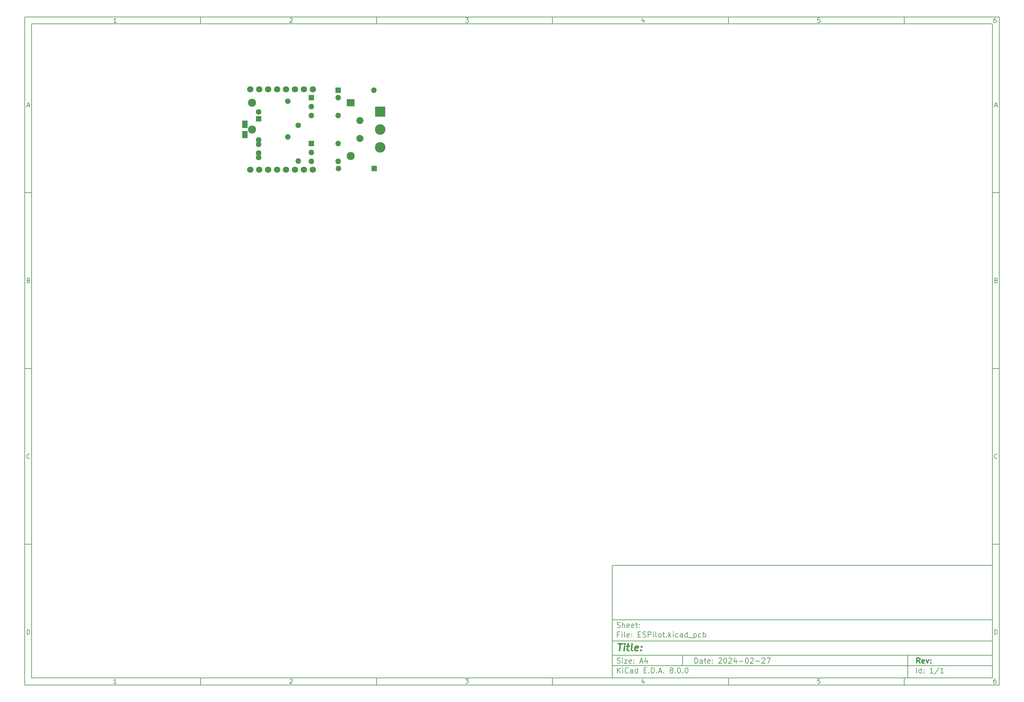
<source format=gts>
G04 #@! TF.GenerationSoftware,KiCad,Pcbnew,8.0.0*
G04 #@! TF.CreationDate,2024-02-27T22:34:17+01:00*
G04 #@! TF.ProjectId,ESPilot,45535069-6c6f-4742-9e6b-696361645f70,rev?*
G04 #@! TF.SameCoordinates,PX6f32cc0PY1b2e020*
G04 #@! TF.FileFunction,Soldermask,Top*
G04 #@! TF.FilePolarity,Negative*
%FSLAX46Y46*%
G04 Gerber Fmt 4.6, Leading zero omitted, Abs format (unit mm)*
G04 Created by KiCad (PCBNEW 8.0.0) date 2024-02-27 22:34:17*
%MOMM*%
%LPD*%
G01*
G04 APERTURE LIST*
G04 Aperture macros list*
%AMFreePoly0*
4,1,6,1.000000,0.000000,0.500000,-0.750000,-0.500000,-0.750000,-0.500000,0.750000,0.500000,0.750000,1.000000,0.000000,1.000000,0.000000,$1*%
G04 Aperture macros list end*
%ADD10C,0.100000*%
%ADD11C,0.150000*%
%ADD12C,0.300000*%
%ADD13C,0.400000*%
%ADD14C,1.600000*%
%ADD15O,1.600000X1.600000*%
%ADD16R,1.600000X1.600000*%
%ADD17C,1.800000*%
%ADD18C,2.000000*%
%ADD19R,1.500000X1.500000*%
%ADD20FreePoly0,90.000000*%
%ADD21FreePoly0,270.000000*%
%ADD22R,3.000000X3.000000*%
%ADD23C,3.000000*%
%ADD24R,2.300000X2.000000*%
%ADD25C,2.300000*%
G04 APERTURE END LIST*
D10*
D11*
X60402200Y-137507200D02*
X168402200Y-137507200D01*
X168402200Y-169507200D01*
X60402200Y-169507200D01*
X60402200Y-137507200D01*
D10*
D11*
X-106600000Y18500000D02*
X170402200Y18500000D01*
X170402200Y-171507200D01*
X-106600000Y-171507200D01*
X-106600000Y18500000D01*
D10*
D11*
X-104600000Y16500000D02*
X168402200Y16500000D01*
X168402200Y-169507200D01*
X-104600000Y-169507200D01*
X-104600000Y16500000D01*
D10*
D11*
X-56600000Y16500000D02*
X-56600000Y18500000D01*
D10*
D11*
X-6600000Y16500000D02*
X-6600000Y18500000D01*
D10*
D11*
X43400000Y16500000D02*
X43400000Y18500000D01*
D10*
D11*
X93400000Y16500000D02*
X93400000Y18500000D01*
D10*
D11*
X143400000Y16500000D02*
X143400000Y18500000D01*
D10*
D11*
X-80510840Y16906396D02*
X-81253697Y16906396D01*
X-80882269Y16906396D02*
X-80882269Y18206396D01*
X-80882269Y18206396D02*
X-81006078Y18020681D01*
X-81006078Y18020681D02*
X-81129888Y17896872D01*
X-81129888Y17896872D02*
X-81253697Y17834967D01*
D10*
D11*
X-31253697Y18082586D02*
X-31191793Y18144491D01*
X-31191793Y18144491D02*
X-31067983Y18206396D01*
X-31067983Y18206396D02*
X-30758459Y18206396D01*
X-30758459Y18206396D02*
X-30634650Y18144491D01*
X-30634650Y18144491D02*
X-30572745Y18082586D01*
X-30572745Y18082586D02*
X-30510840Y17958777D01*
X-30510840Y17958777D02*
X-30510840Y17834967D01*
X-30510840Y17834967D02*
X-30572745Y17649253D01*
X-30572745Y17649253D02*
X-31315602Y16906396D01*
X-31315602Y16906396D02*
X-30510840Y16906396D01*
D10*
D11*
X18684398Y18206396D02*
X19489160Y18206396D01*
X19489160Y18206396D02*
X19055826Y17711158D01*
X19055826Y17711158D02*
X19241541Y17711158D01*
X19241541Y17711158D02*
X19365350Y17649253D01*
X19365350Y17649253D02*
X19427255Y17587348D01*
X19427255Y17587348D02*
X19489160Y17463539D01*
X19489160Y17463539D02*
X19489160Y17154015D01*
X19489160Y17154015D02*
X19427255Y17030205D01*
X19427255Y17030205D02*
X19365350Y16968300D01*
X19365350Y16968300D02*
X19241541Y16906396D01*
X19241541Y16906396D02*
X18870112Y16906396D01*
X18870112Y16906396D02*
X18746303Y16968300D01*
X18746303Y16968300D02*
X18684398Y17030205D01*
D10*
D11*
X69365350Y17773062D02*
X69365350Y16906396D01*
X69055826Y18268300D02*
X68746303Y17339729D01*
X68746303Y17339729D02*
X69551064Y17339729D01*
D10*
D11*
X119427255Y18206396D02*
X118808207Y18206396D01*
X118808207Y18206396D02*
X118746303Y17587348D01*
X118746303Y17587348D02*
X118808207Y17649253D01*
X118808207Y17649253D02*
X118932017Y17711158D01*
X118932017Y17711158D02*
X119241541Y17711158D01*
X119241541Y17711158D02*
X119365350Y17649253D01*
X119365350Y17649253D02*
X119427255Y17587348D01*
X119427255Y17587348D02*
X119489160Y17463539D01*
X119489160Y17463539D02*
X119489160Y17154015D01*
X119489160Y17154015D02*
X119427255Y17030205D01*
X119427255Y17030205D02*
X119365350Y16968300D01*
X119365350Y16968300D02*
X119241541Y16906396D01*
X119241541Y16906396D02*
X118932017Y16906396D01*
X118932017Y16906396D02*
X118808207Y16968300D01*
X118808207Y16968300D02*
X118746303Y17030205D01*
D10*
D11*
X169365350Y18206396D02*
X169117731Y18206396D01*
X169117731Y18206396D02*
X168993922Y18144491D01*
X168993922Y18144491D02*
X168932017Y18082586D01*
X168932017Y18082586D02*
X168808207Y17896872D01*
X168808207Y17896872D02*
X168746303Y17649253D01*
X168746303Y17649253D02*
X168746303Y17154015D01*
X168746303Y17154015D02*
X168808207Y17030205D01*
X168808207Y17030205D02*
X168870112Y16968300D01*
X168870112Y16968300D02*
X168993922Y16906396D01*
X168993922Y16906396D02*
X169241541Y16906396D01*
X169241541Y16906396D02*
X169365350Y16968300D01*
X169365350Y16968300D02*
X169427255Y17030205D01*
X169427255Y17030205D02*
X169489160Y17154015D01*
X169489160Y17154015D02*
X169489160Y17463539D01*
X169489160Y17463539D02*
X169427255Y17587348D01*
X169427255Y17587348D02*
X169365350Y17649253D01*
X169365350Y17649253D02*
X169241541Y17711158D01*
X169241541Y17711158D02*
X168993922Y17711158D01*
X168993922Y17711158D02*
X168870112Y17649253D01*
X168870112Y17649253D02*
X168808207Y17587348D01*
X168808207Y17587348D02*
X168746303Y17463539D01*
D10*
D11*
X-56600000Y-169507200D02*
X-56600000Y-171507200D01*
D10*
D11*
X-6600000Y-169507200D02*
X-6600000Y-171507200D01*
D10*
D11*
X43400000Y-169507200D02*
X43400000Y-171507200D01*
D10*
D11*
X93400000Y-169507200D02*
X93400000Y-171507200D01*
D10*
D11*
X143400000Y-169507200D02*
X143400000Y-171507200D01*
D10*
D11*
X-80510840Y-171100804D02*
X-81253697Y-171100804D01*
X-80882269Y-171100804D02*
X-80882269Y-169800804D01*
X-80882269Y-169800804D02*
X-81006078Y-169986519D01*
X-81006078Y-169986519D02*
X-81129888Y-170110328D01*
X-81129888Y-170110328D02*
X-81253697Y-170172233D01*
D10*
D11*
X-31253697Y-169924614D02*
X-31191793Y-169862709D01*
X-31191793Y-169862709D02*
X-31067983Y-169800804D01*
X-31067983Y-169800804D02*
X-30758459Y-169800804D01*
X-30758459Y-169800804D02*
X-30634650Y-169862709D01*
X-30634650Y-169862709D02*
X-30572745Y-169924614D01*
X-30572745Y-169924614D02*
X-30510840Y-170048423D01*
X-30510840Y-170048423D02*
X-30510840Y-170172233D01*
X-30510840Y-170172233D02*
X-30572745Y-170357947D01*
X-30572745Y-170357947D02*
X-31315602Y-171100804D01*
X-31315602Y-171100804D02*
X-30510840Y-171100804D01*
D10*
D11*
X18684398Y-169800804D02*
X19489160Y-169800804D01*
X19489160Y-169800804D02*
X19055826Y-170296042D01*
X19055826Y-170296042D02*
X19241541Y-170296042D01*
X19241541Y-170296042D02*
X19365350Y-170357947D01*
X19365350Y-170357947D02*
X19427255Y-170419852D01*
X19427255Y-170419852D02*
X19489160Y-170543661D01*
X19489160Y-170543661D02*
X19489160Y-170853185D01*
X19489160Y-170853185D02*
X19427255Y-170976995D01*
X19427255Y-170976995D02*
X19365350Y-171038900D01*
X19365350Y-171038900D02*
X19241541Y-171100804D01*
X19241541Y-171100804D02*
X18870112Y-171100804D01*
X18870112Y-171100804D02*
X18746303Y-171038900D01*
X18746303Y-171038900D02*
X18684398Y-170976995D01*
D10*
D11*
X69365350Y-170234138D02*
X69365350Y-171100804D01*
X69055826Y-169738900D02*
X68746303Y-170667471D01*
X68746303Y-170667471D02*
X69551064Y-170667471D01*
D10*
D11*
X119427255Y-169800804D02*
X118808207Y-169800804D01*
X118808207Y-169800804D02*
X118746303Y-170419852D01*
X118746303Y-170419852D02*
X118808207Y-170357947D01*
X118808207Y-170357947D02*
X118932017Y-170296042D01*
X118932017Y-170296042D02*
X119241541Y-170296042D01*
X119241541Y-170296042D02*
X119365350Y-170357947D01*
X119365350Y-170357947D02*
X119427255Y-170419852D01*
X119427255Y-170419852D02*
X119489160Y-170543661D01*
X119489160Y-170543661D02*
X119489160Y-170853185D01*
X119489160Y-170853185D02*
X119427255Y-170976995D01*
X119427255Y-170976995D02*
X119365350Y-171038900D01*
X119365350Y-171038900D02*
X119241541Y-171100804D01*
X119241541Y-171100804D02*
X118932017Y-171100804D01*
X118932017Y-171100804D02*
X118808207Y-171038900D01*
X118808207Y-171038900D02*
X118746303Y-170976995D01*
D10*
D11*
X169365350Y-169800804D02*
X169117731Y-169800804D01*
X169117731Y-169800804D02*
X168993922Y-169862709D01*
X168993922Y-169862709D02*
X168932017Y-169924614D01*
X168932017Y-169924614D02*
X168808207Y-170110328D01*
X168808207Y-170110328D02*
X168746303Y-170357947D01*
X168746303Y-170357947D02*
X168746303Y-170853185D01*
X168746303Y-170853185D02*
X168808207Y-170976995D01*
X168808207Y-170976995D02*
X168870112Y-171038900D01*
X168870112Y-171038900D02*
X168993922Y-171100804D01*
X168993922Y-171100804D02*
X169241541Y-171100804D01*
X169241541Y-171100804D02*
X169365350Y-171038900D01*
X169365350Y-171038900D02*
X169427255Y-170976995D01*
X169427255Y-170976995D02*
X169489160Y-170853185D01*
X169489160Y-170853185D02*
X169489160Y-170543661D01*
X169489160Y-170543661D02*
X169427255Y-170419852D01*
X169427255Y-170419852D02*
X169365350Y-170357947D01*
X169365350Y-170357947D02*
X169241541Y-170296042D01*
X169241541Y-170296042D02*
X168993922Y-170296042D01*
X168993922Y-170296042D02*
X168870112Y-170357947D01*
X168870112Y-170357947D02*
X168808207Y-170419852D01*
X168808207Y-170419852D02*
X168746303Y-170543661D01*
D10*
D11*
X-106600000Y-31500000D02*
X-104600000Y-31500000D01*
D10*
D11*
X-106600000Y-81500000D02*
X-104600000Y-81500000D01*
D10*
D11*
X-106600000Y-131500000D02*
X-104600000Y-131500000D01*
D10*
D11*
X-105909524Y-6722176D02*
X-105290477Y-6722176D01*
X-106033334Y-7093604D02*
X-105600001Y-5793604D01*
X-105600001Y-5793604D02*
X-105166667Y-7093604D01*
D10*
D11*
X-105507143Y-56412652D02*
X-105321429Y-56474557D01*
X-105321429Y-56474557D02*
X-105259524Y-56536461D01*
X-105259524Y-56536461D02*
X-105197620Y-56660271D01*
X-105197620Y-56660271D02*
X-105197620Y-56845985D01*
X-105197620Y-56845985D02*
X-105259524Y-56969795D01*
X-105259524Y-56969795D02*
X-105321429Y-57031700D01*
X-105321429Y-57031700D02*
X-105445239Y-57093604D01*
X-105445239Y-57093604D02*
X-105940477Y-57093604D01*
X-105940477Y-57093604D02*
X-105940477Y-55793604D01*
X-105940477Y-55793604D02*
X-105507143Y-55793604D01*
X-105507143Y-55793604D02*
X-105383334Y-55855509D01*
X-105383334Y-55855509D02*
X-105321429Y-55917414D01*
X-105321429Y-55917414D02*
X-105259524Y-56041223D01*
X-105259524Y-56041223D02*
X-105259524Y-56165033D01*
X-105259524Y-56165033D02*
X-105321429Y-56288842D01*
X-105321429Y-56288842D02*
X-105383334Y-56350747D01*
X-105383334Y-56350747D02*
X-105507143Y-56412652D01*
X-105507143Y-56412652D02*
X-105940477Y-56412652D01*
D10*
D11*
X-105197620Y-106969795D02*
X-105259524Y-107031700D01*
X-105259524Y-107031700D02*
X-105445239Y-107093604D01*
X-105445239Y-107093604D02*
X-105569048Y-107093604D01*
X-105569048Y-107093604D02*
X-105754762Y-107031700D01*
X-105754762Y-107031700D02*
X-105878572Y-106907890D01*
X-105878572Y-106907890D02*
X-105940477Y-106784080D01*
X-105940477Y-106784080D02*
X-106002381Y-106536461D01*
X-106002381Y-106536461D02*
X-106002381Y-106350747D01*
X-106002381Y-106350747D02*
X-105940477Y-106103128D01*
X-105940477Y-106103128D02*
X-105878572Y-105979319D01*
X-105878572Y-105979319D02*
X-105754762Y-105855509D01*
X-105754762Y-105855509D02*
X-105569048Y-105793604D01*
X-105569048Y-105793604D02*
X-105445239Y-105793604D01*
X-105445239Y-105793604D02*
X-105259524Y-105855509D01*
X-105259524Y-105855509D02*
X-105197620Y-105917414D01*
D10*
D11*
X-105940477Y-157093604D02*
X-105940477Y-155793604D01*
X-105940477Y-155793604D02*
X-105630953Y-155793604D01*
X-105630953Y-155793604D02*
X-105445239Y-155855509D01*
X-105445239Y-155855509D02*
X-105321429Y-155979319D01*
X-105321429Y-155979319D02*
X-105259524Y-156103128D01*
X-105259524Y-156103128D02*
X-105197620Y-156350747D01*
X-105197620Y-156350747D02*
X-105197620Y-156536461D01*
X-105197620Y-156536461D02*
X-105259524Y-156784080D01*
X-105259524Y-156784080D02*
X-105321429Y-156907890D01*
X-105321429Y-156907890D02*
X-105445239Y-157031700D01*
X-105445239Y-157031700D02*
X-105630953Y-157093604D01*
X-105630953Y-157093604D02*
X-105940477Y-157093604D01*
D10*
D11*
X170402200Y-31500000D02*
X168402200Y-31500000D01*
D10*
D11*
X170402200Y-81500000D02*
X168402200Y-81500000D01*
D10*
D11*
X170402200Y-131500000D02*
X168402200Y-131500000D01*
D10*
D11*
X169092676Y-6722176D02*
X169711723Y-6722176D01*
X168968866Y-7093604D02*
X169402199Y-5793604D01*
X169402199Y-5793604D02*
X169835533Y-7093604D01*
D10*
D11*
X169495057Y-56412652D02*
X169680771Y-56474557D01*
X169680771Y-56474557D02*
X169742676Y-56536461D01*
X169742676Y-56536461D02*
X169804580Y-56660271D01*
X169804580Y-56660271D02*
X169804580Y-56845985D01*
X169804580Y-56845985D02*
X169742676Y-56969795D01*
X169742676Y-56969795D02*
X169680771Y-57031700D01*
X169680771Y-57031700D02*
X169556961Y-57093604D01*
X169556961Y-57093604D02*
X169061723Y-57093604D01*
X169061723Y-57093604D02*
X169061723Y-55793604D01*
X169061723Y-55793604D02*
X169495057Y-55793604D01*
X169495057Y-55793604D02*
X169618866Y-55855509D01*
X169618866Y-55855509D02*
X169680771Y-55917414D01*
X169680771Y-55917414D02*
X169742676Y-56041223D01*
X169742676Y-56041223D02*
X169742676Y-56165033D01*
X169742676Y-56165033D02*
X169680771Y-56288842D01*
X169680771Y-56288842D02*
X169618866Y-56350747D01*
X169618866Y-56350747D02*
X169495057Y-56412652D01*
X169495057Y-56412652D02*
X169061723Y-56412652D01*
D10*
D11*
X169804580Y-106969795D02*
X169742676Y-107031700D01*
X169742676Y-107031700D02*
X169556961Y-107093604D01*
X169556961Y-107093604D02*
X169433152Y-107093604D01*
X169433152Y-107093604D02*
X169247438Y-107031700D01*
X169247438Y-107031700D02*
X169123628Y-106907890D01*
X169123628Y-106907890D02*
X169061723Y-106784080D01*
X169061723Y-106784080D02*
X168999819Y-106536461D01*
X168999819Y-106536461D02*
X168999819Y-106350747D01*
X168999819Y-106350747D02*
X169061723Y-106103128D01*
X169061723Y-106103128D02*
X169123628Y-105979319D01*
X169123628Y-105979319D02*
X169247438Y-105855509D01*
X169247438Y-105855509D02*
X169433152Y-105793604D01*
X169433152Y-105793604D02*
X169556961Y-105793604D01*
X169556961Y-105793604D02*
X169742676Y-105855509D01*
X169742676Y-105855509D02*
X169804580Y-105917414D01*
D10*
D11*
X169061723Y-157093604D02*
X169061723Y-155793604D01*
X169061723Y-155793604D02*
X169371247Y-155793604D01*
X169371247Y-155793604D02*
X169556961Y-155855509D01*
X169556961Y-155855509D02*
X169680771Y-155979319D01*
X169680771Y-155979319D02*
X169742676Y-156103128D01*
X169742676Y-156103128D02*
X169804580Y-156350747D01*
X169804580Y-156350747D02*
X169804580Y-156536461D01*
X169804580Y-156536461D02*
X169742676Y-156784080D01*
X169742676Y-156784080D02*
X169680771Y-156907890D01*
X169680771Y-156907890D02*
X169556961Y-157031700D01*
X169556961Y-157031700D02*
X169371247Y-157093604D01*
X169371247Y-157093604D02*
X169061723Y-157093604D01*
D10*
D11*
X83858026Y-165293328D02*
X83858026Y-163793328D01*
X83858026Y-163793328D02*
X84215169Y-163793328D01*
X84215169Y-163793328D02*
X84429455Y-163864757D01*
X84429455Y-163864757D02*
X84572312Y-164007614D01*
X84572312Y-164007614D02*
X84643741Y-164150471D01*
X84643741Y-164150471D02*
X84715169Y-164436185D01*
X84715169Y-164436185D02*
X84715169Y-164650471D01*
X84715169Y-164650471D02*
X84643741Y-164936185D01*
X84643741Y-164936185D02*
X84572312Y-165079042D01*
X84572312Y-165079042D02*
X84429455Y-165221900D01*
X84429455Y-165221900D02*
X84215169Y-165293328D01*
X84215169Y-165293328D02*
X83858026Y-165293328D01*
X86000884Y-165293328D02*
X86000884Y-164507614D01*
X86000884Y-164507614D02*
X85929455Y-164364757D01*
X85929455Y-164364757D02*
X85786598Y-164293328D01*
X85786598Y-164293328D02*
X85500884Y-164293328D01*
X85500884Y-164293328D02*
X85358026Y-164364757D01*
X86000884Y-165221900D02*
X85858026Y-165293328D01*
X85858026Y-165293328D02*
X85500884Y-165293328D01*
X85500884Y-165293328D02*
X85358026Y-165221900D01*
X85358026Y-165221900D02*
X85286598Y-165079042D01*
X85286598Y-165079042D02*
X85286598Y-164936185D01*
X85286598Y-164936185D02*
X85358026Y-164793328D01*
X85358026Y-164793328D02*
X85500884Y-164721900D01*
X85500884Y-164721900D02*
X85858026Y-164721900D01*
X85858026Y-164721900D02*
X86000884Y-164650471D01*
X86500884Y-164293328D02*
X87072312Y-164293328D01*
X86715169Y-163793328D02*
X86715169Y-165079042D01*
X86715169Y-165079042D02*
X86786598Y-165221900D01*
X86786598Y-165221900D02*
X86929455Y-165293328D01*
X86929455Y-165293328D02*
X87072312Y-165293328D01*
X88143741Y-165221900D02*
X88000884Y-165293328D01*
X88000884Y-165293328D02*
X87715170Y-165293328D01*
X87715170Y-165293328D02*
X87572312Y-165221900D01*
X87572312Y-165221900D02*
X87500884Y-165079042D01*
X87500884Y-165079042D02*
X87500884Y-164507614D01*
X87500884Y-164507614D02*
X87572312Y-164364757D01*
X87572312Y-164364757D02*
X87715170Y-164293328D01*
X87715170Y-164293328D02*
X88000884Y-164293328D01*
X88000884Y-164293328D02*
X88143741Y-164364757D01*
X88143741Y-164364757D02*
X88215170Y-164507614D01*
X88215170Y-164507614D02*
X88215170Y-164650471D01*
X88215170Y-164650471D02*
X87500884Y-164793328D01*
X88858026Y-165150471D02*
X88929455Y-165221900D01*
X88929455Y-165221900D02*
X88858026Y-165293328D01*
X88858026Y-165293328D02*
X88786598Y-165221900D01*
X88786598Y-165221900D02*
X88858026Y-165150471D01*
X88858026Y-165150471D02*
X88858026Y-165293328D01*
X88858026Y-164364757D02*
X88929455Y-164436185D01*
X88929455Y-164436185D02*
X88858026Y-164507614D01*
X88858026Y-164507614D02*
X88786598Y-164436185D01*
X88786598Y-164436185D02*
X88858026Y-164364757D01*
X88858026Y-164364757D02*
X88858026Y-164507614D01*
X90643741Y-163936185D02*
X90715169Y-163864757D01*
X90715169Y-163864757D02*
X90858027Y-163793328D01*
X90858027Y-163793328D02*
X91215169Y-163793328D01*
X91215169Y-163793328D02*
X91358027Y-163864757D01*
X91358027Y-163864757D02*
X91429455Y-163936185D01*
X91429455Y-163936185D02*
X91500884Y-164079042D01*
X91500884Y-164079042D02*
X91500884Y-164221900D01*
X91500884Y-164221900D02*
X91429455Y-164436185D01*
X91429455Y-164436185D02*
X90572312Y-165293328D01*
X90572312Y-165293328D02*
X91500884Y-165293328D01*
X92429455Y-163793328D02*
X92572312Y-163793328D01*
X92572312Y-163793328D02*
X92715169Y-163864757D01*
X92715169Y-163864757D02*
X92786598Y-163936185D01*
X92786598Y-163936185D02*
X92858026Y-164079042D01*
X92858026Y-164079042D02*
X92929455Y-164364757D01*
X92929455Y-164364757D02*
X92929455Y-164721900D01*
X92929455Y-164721900D02*
X92858026Y-165007614D01*
X92858026Y-165007614D02*
X92786598Y-165150471D01*
X92786598Y-165150471D02*
X92715169Y-165221900D01*
X92715169Y-165221900D02*
X92572312Y-165293328D01*
X92572312Y-165293328D02*
X92429455Y-165293328D01*
X92429455Y-165293328D02*
X92286598Y-165221900D01*
X92286598Y-165221900D02*
X92215169Y-165150471D01*
X92215169Y-165150471D02*
X92143740Y-165007614D01*
X92143740Y-165007614D02*
X92072312Y-164721900D01*
X92072312Y-164721900D02*
X92072312Y-164364757D01*
X92072312Y-164364757D02*
X92143740Y-164079042D01*
X92143740Y-164079042D02*
X92215169Y-163936185D01*
X92215169Y-163936185D02*
X92286598Y-163864757D01*
X92286598Y-163864757D02*
X92429455Y-163793328D01*
X93500883Y-163936185D02*
X93572311Y-163864757D01*
X93572311Y-163864757D02*
X93715169Y-163793328D01*
X93715169Y-163793328D02*
X94072311Y-163793328D01*
X94072311Y-163793328D02*
X94215169Y-163864757D01*
X94215169Y-163864757D02*
X94286597Y-163936185D01*
X94286597Y-163936185D02*
X94358026Y-164079042D01*
X94358026Y-164079042D02*
X94358026Y-164221900D01*
X94358026Y-164221900D02*
X94286597Y-164436185D01*
X94286597Y-164436185D02*
X93429454Y-165293328D01*
X93429454Y-165293328D02*
X94358026Y-165293328D01*
X95643740Y-164293328D02*
X95643740Y-165293328D01*
X95286597Y-163721900D02*
X94929454Y-164793328D01*
X94929454Y-164793328D02*
X95858025Y-164793328D01*
X96429453Y-164721900D02*
X97572311Y-164721900D01*
X98572311Y-163793328D02*
X98715168Y-163793328D01*
X98715168Y-163793328D02*
X98858025Y-163864757D01*
X98858025Y-163864757D02*
X98929454Y-163936185D01*
X98929454Y-163936185D02*
X99000882Y-164079042D01*
X99000882Y-164079042D02*
X99072311Y-164364757D01*
X99072311Y-164364757D02*
X99072311Y-164721900D01*
X99072311Y-164721900D02*
X99000882Y-165007614D01*
X99000882Y-165007614D02*
X98929454Y-165150471D01*
X98929454Y-165150471D02*
X98858025Y-165221900D01*
X98858025Y-165221900D02*
X98715168Y-165293328D01*
X98715168Y-165293328D02*
X98572311Y-165293328D01*
X98572311Y-165293328D02*
X98429454Y-165221900D01*
X98429454Y-165221900D02*
X98358025Y-165150471D01*
X98358025Y-165150471D02*
X98286596Y-165007614D01*
X98286596Y-165007614D02*
X98215168Y-164721900D01*
X98215168Y-164721900D02*
X98215168Y-164364757D01*
X98215168Y-164364757D02*
X98286596Y-164079042D01*
X98286596Y-164079042D02*
X98358025Y-163936185D01*
X98358025Y-163936185D02*
X98429454Y-163864757D01*
X98429454Y-163864757D02*
X98572311Y-163793328D01*
X99643739Y-163936185D02*
X99715167Y-163864757D01*
X99715167Y-163864757D02*
X99858025Y-163793328D01*
X99858025Y-163793328D02*
X100215167Y-163793328D01*
X100215167Y-163793328D02*
X100358025Y-163864757D01*
X100358025Y-163864757D02*
X100429453Y-163936185D01*
X100429453Y-163936185D02*
X100500882Y-164079042D01*
X100500882Y-164079042D02*
X100500882Y-164221900D01*
X100500882Y-164221900D02*
X100429453Y-164436185D01*
X100429453Y-164436185D02*
X99572310Y-165293328D01*
X99572310Y-165293328D02*
X100500882Y-165293328D01*
X101143738Y-164721900D02*
X102286596Y-164721900D01*
X102929453Y-163936185D02*
X103000881Y-163864757D01*
X103000881Y-163864757D02*
X103143739Y-163793328D01*
X103143739Y-163793328D02*
X103500881Y-163793328D01*
X103500881Y-163793328D02*
X103643739Y-163864757D01*
X103643739Y-163864757D02*
X103715167Y-163936185D01*
X103715167Y-163936185D02*
X103786596Y-164079042D01*
X103786596Y-164079042D02*
X103786596Y-164221900D01*
X103786596Y-164221900D02*
X103715167Y-164436185D01*
X103715167Y-164436185D02*
X102858024Y-165293328D01*
X102858024Y-165293328D02*
X103786596Y-165293328D01*
X104286595Y-163793328D02*
X105286595Y-163793328D01*
X105286595Y-163793328D02*
X104643738Y-165293328D01*
D10*
D11*
X60402200Y-166007200D02*
X168402200Y-166007200D01*
D10*
D11*
X61858026Y-168093328D02*
X61858026Y-166593328D01*
X62715169Y-168093328D02*
X62072312Y-167236185D01*
X62715169Y-166593328D02*
X61858026Y-167450471D01*
X63358026Y-168093328D02*
X63358026Y-167093328D01*
X63358026Y-166593328D02*
X63286598Y-166664757D01*
X63286598Y-166664757D02*
X63358026Y-166736185D01*
X63358026Y-166736185D02*
X63429455Y-166664757D01*
X63429455Y-166664757D02*
X63358026Y-166593328D01*
X63358026Y-166593328D02*
X63358026Y-166736185D01*
X64929455Y-167950471D02*
X64858027Y-168021900D01*
X64858027Y-168021900D02*
X64643741Y-168093328D01*
X64643741Y-168093328D02*
X64500884Y-168093328D01*
X64500884Y-168093328D02*
X64286598Y-168021900D01*
X64286598Y-168021900D02*
X64143741Y-167879042D01*
X64143741Y-167879042D02*
X64072312Y-167736185D01*
X64072312Y-167736185D02*
X64000884Y-167450471D01*
X64000884Y-167450471D02*
X64000884Y-167236185D01*
X64000884Y-167236185D02*
X64072312Y-166950471D01*
X64072312Y-166950471D02*
X64143741Y-166807614D01*
X64143741Y-166807614D02*
X64286598Y-166664757D01*
X64286598Y-166664757D02*
X64500884Y-166593328D01*
X64500884Y-166593328D02*
X64643741Y-166593328D01*
X64643741Y-166593328D02*
X64858027Y-166664757D01*
X64858027Y-166664757D02*
X64929455Y-166736185D01*
X66215170Y-168093328D02*
X66215170Y-167307614D01*
X66215170Y-167307614D02*
X66143741Y-167164757D01*
X66143741Y-167164757D02*
X66000884Y-167093328D01*
X66000884Y-167093328D02*
X65715170Y-167093328D01*
X65715170Y-167093328D02*
X65572312Y-167164757D01*
X66215170Y-168021900D02*
X66072312Y-168093328D01*
X66072312Y-168093328D02*
X65715170Y-168093328D01*
X65715170Y-168093328D02*
X65572312Y-168021900D01*
X65572312Y-168021900D02*
X65500884Y-167879042D01*
X65500884Y-167879042D02*
X65500884Y-167736185D01*
X65500884Y-167736185D02*
X65572312Y-167593328D01*
X65572312Y-167593328D02*
X65715170Y-167521900D01*
X65715170Y-167521900D02*
X66072312Y-167521900D01*
X66072312Y-167521900D02*
X66215170Y-167450471D01*
X67572313Y-168093328D02*
X67572313Y-166593328D01*
X67572313Y-168021900D02*
X67429455Y-168093328D01*
X67429455Y-168093328D02*
X67143741Y-168093328D01*
X67143741Y-168093328D02*
X67000884Y-168021900D01*
X67000884Y-168021900D02*
X66929455Y-167950471D01*
X66929455Y-167950471D02*
X66858027Y-167807614D01*
X66858027Y-167807614D02*
X66858027Y-167379042D01*
X66858027Y-167379042D02*
X66929455Y-167236185D01*
X66929455Y-167236185D02*
X67000884Y-167164757D01*
X67000884Y-167164757D02*
X67143741Y-167093328D01*
X67143741Y-167093328D02*
X67429455Y-167093328D01*
X67429455Y-167093328D02*
X67572313Y-167164757D01*
X69429455Y-167307614D02*
X69929455Y-167307614D01*
X70143741Y-168093328D02*
X69429455Y-168093328D01*
X69429455Y-168093328D02*
X69429455Y-166593328D01*
X69429455Y-166593328D02*
X70143741Y-166593328D01*
X70786598Y-167950471D02*
X70858027Y-168021900D01*
X70858027Y-168021900D02*
X70786598Y-168093328D01*
X70786598Y-168093328D02*
X70715170Y-168021900D01*
X70715170Y-168021900D02*
X70786598Y-167950471D01*
X70786598Y-167950471D02*
X70786598Y-168093328D01*
X71500884Y-168093328D02*
X71500884Y-166593328D01*
X71500884Y-166593328D02*
X71858027Y-166593328D01*
X71858027Y-166593328D02*
X72072313Y-166664757D01*
X72072313Y-166664757D02*
X72215170Y-166807614D01*
X72215170Y-166807614D02*
X72286599Y-166950471D01*
X72286599Y-166950471D02*
X72358027Y-167236185D01*
X72358027Y-167236185D02*
X72358027Y-167450471D01*
X72358027Y-167450471D02*
X72286599Y-167736185D01*
X72286599Y-167736185D02*
X72215170Y-167879042D01*
X72215170Y-167879042D02*
X72072313Y-168021900D01*
X72072313Y-168021900D02*
X71858027Y-168093328D01*
X71858027Y-168093328D02*
X71500884Y-168093328D01*
X73000884Y-167950471D02*
X73072313Y-168021900D01*
X73072313Y-168021900D02*
X73000884Y-168093328D01*
X73000884Y-168093328D02*
X72929456Y-168021900D01*
X72929456Y-168021900D02*
X73000884Y-167950471D01*
X73000884Y-167950471D02*
X73000884Y-168093328D01*
X73643742Y-167664757D02*
X74358028Y-167664757D01*
X73500885Y-168093328D02*
X74000885Y-166593328D01*
X74000885Y-166593328D02*
X74500885Y-168093328D01*
X75000884Y-167950471D02*
X75072313Y-168021900D01*
X75072313Y-168021900D02*
X75000884Y-168093328D01*
X75000884Y-168093328D02*
X74929456Y-168021900D01*
X74929456Y-168021900D02*
X75000884Y-167950471D01*
X75000884Y-167950471D02*
X75000884Y-168093328D01*
X77072313Y-167236185D02*
X76929456Y-167164757D01*
X76929456Y-167164757D02*
X76858027Y-167093328D01*
X76858027Y-167093328D02*
X76786599Y-166950471D01*
X76786599Y-166950471D02*
X76786599Y-166879042D01*
X76786599Y-166879042D02*
X76858027Y-166736185D01*
X76858027Y-166736185D02*
X76929456Y-166664757D01*
X76929456Y-166664757D02*
X77072313Y-166593328D01*
X77072313Y-166593328D02*
X77358027Y-166593328D01*
X77358027Y-166593328D02*
X77500885Y-166664757D01*
X77500885Y-166664757D02*
X77572313Y-166736185D01*
X77572313Y-166736185D02*
X77643742Y-166879042D01*
X77643742Y-166879042D02*
X77643742Y-166950471D01*
X77643742Y-166950471D02*
X77572313Y-167093328D01*
X77572313Y-167093328D02*
X77500885Y-167164757D01*
X77500885Y-167164757D02*
X77358027Y-167236185D01*
X77358027Y-167236185D02*
X77072313Y-167236185D01*
X77072313Y-167236185D02*
X76929456Y-167307614D01*
X76929456Y-167307614D02*
X76858027Y-167379042D01*
X76858027Y-167379042D02*
X76786599Y-167521900D01*
X76786599Y-167521900D02*
X76786599Y-167807614D01*
X76786599Y-167807614D02*
X76858027Y-167950471D01*
X76858027Y-167950471D02*
X76929456Y-168021900D01*
X76929456Y-168021900D02*
X77072313Y-168093328D01*
X77072313Y-168093328D02*
X77358027Y-168093328D01*
X77358027Y-168093328D02*
X77500885Y-168021900D01*
X77500885Y-168021900D02*
X77572313Y-167950471D01*
X77572313Y-167950471D02*
X77643742Y-167807614D01*
X77643742Y-167807614D02*
X77643742Y-167521900D01*
X77643742Y-167521900D02*
X77572313Y-167379042D01*
X77572313Y-167379042D02*
X77500885Y-167307614D01*
X77500885Y-167307614D02*
X77358027Y-167236185D01*
X78286598Y-167950471D02*
X78358027Y-168021900D01*
X78358027Y-168021900D02*
X78286598Y-168093328D01*
X78286598Y-168093328D02*
X78215170Y-168021900D01*
X78215170Y-168021900D02*
X78286598Y-167950471D01*
X78286598Y-167950471D02*
X78286598Y-168093328D01*
X79286599Y-166593328D02*
X79429456Y-166593328D01*
X79429456Y-166593328D02*
X79572313Y-166664757D01*
X79572313Y-166664757D02*
X79643742Y-166736185D01*
X79643742Y-166736185D02*
X79715170Y-166879042D01*
X79715170Y-166879042D02*
X79786599Y-167164757D01*
X79786599Y-167164757D02*
X79786599Y-167521900D01*
X79786599Y-167521900D02*
X79715170Y-167807614D01*
X79715170Y-167807614D02*
X79643742Y-167950471D01*
X79643742Y-167950471D02*
X79572313Y-168021900D01*
X79572313Y-168021900D02*
X79429456Y-168093328D01*
X79429456Y-168093328D02*
X79286599Y-168093328D01*
X79286599Y-168093328D02*
X79143742Y-168021900D01*
X79143742Y-168021900D02*
X79072313Y-167950471D01*
X79072313Y-167950471D02*
X79000884Y-167807614D01*
X79000884Y-167807614D02*
X78929456Y-167521900D01*
X78929456Y-167521900D02*
X78929456Y-167164757D01*
X78929456Y-167164757D02*
X79000884Y-166879042D01*
X79000884Y-166879042D02*
X79072313Y-166736185D01*
X79072313Y-166736185D02*
X79143742Y-166664757D01*
X79143742Y-166664757D02*
X79286599Y-166593328D01*
X80429455Y-167950471D02*
X80500884Y-168021900D01*
X80500884Y-168021900D02*
X80429455Y-168093328D01*
X80429455Y-168093328D02*
X80358027Y-168021900D01*
X80358027Y-168021900D02*
X80429455Y-167950471D01*
X80429455Y-167950471D02*
X80429455Y-168093328D01*
X81429456Y-166593328D02*
X81572313Y-166593328D01*
X81572313Y-166593328D02*
X81715170Y-166664757D01*
X81715170Y-166664757D02*
X81786599Y-166736185D01*
X81786599Y-166736185D02*
X81858027Y-166879042D01*
X81858027Y-166879042D02*
X81929456Y-167164757D01*
X81929456Y-167164757D02*
X81929456Y-167521900D01*
X81929456Y-167521900D02*
X81858027Y-167807614D01*
X81858027Y-167807614D02*
X81786599Y-167950471D01*
X81786599Y-167950471D02*
X81715170Y-168021900D01*
X81715170Y-168021900D02*
X81572313Y-168093328D01*
X81572313Y-168093328D02*
X81429456Y-168093328D01*
X81429456Y-168093328D02*
X81286599Y-168021900D01*
X81286599Y-168021900D02*
X81215170Y-167950471D01*
X81215170Y-167950471D02*
X81143741Y-167807614D01*
X81143741Y-167807614D02*
X81072313Y-167521900D01*
X81072313Y-167521900D02*
X81072313Y-167164757D01*
X81072313Y-167164757D02*
X81143741Y-166879042D01*
X81143741Y-166879042D02*
X81215170Y-166736185D01*
X81215170Y-166736185D02*
X81286599Y-166664757D01*
X81286599Y-166664757D02*
X81429456Y-166593328D01*
D10*
D11*
X60402200Y-163007200D02*
X168402200Y-163007200D01*
D10*
D12*
X147813853Y-165285528D02*
X147313853Y-164571242D01*
X146956710Y-165285528D02*
X146956710Y-163785528D01*
X146956710Y-163785528D02*
X147528139Y-163785528D01*
X147528139Y-163785528D02*
X147670996Y-163856957D01*
X147670996Y-163856957D02*
X147742425Y-163928385D01*
X147742425Y-163928385D02*
X147813853Y-164071242D01*
X147813853Y-164071242D02*
X147813853Y-164285528D01*
X147813853Y-164285528D02*
X147742425Y-164428385D01*
X147742425Y-164428385D02*
X147670996Y-164499814D01*
X147670996Y-164499814D02*
X147528139Y-164571242D01*
X147528139Y-164571242D02*
X146956710Y-164571242D01*
X149028139Y-165214100D02*
X148885282Y-165285528D01*
X148885282Y-165285528D02*
X148599568Y-165285528D01*
X148599568Y-165285528D02*
X148456710Y-165214100D01*
X148456710Y-165214100D02*
X148385282Y-165071242D01*
X148385282Y-165071242D02*
X148385282Y-164499814D01*
X148385282Y-164499814D02*
X148456710Y-164356957D01*
X148456710Y-164356957D02*
X148599568Y-164285528D01*
X148599568Y-164285528D02*
X148885282Y-164285528D01*
X148885282Y-164285528D02*
X149028139Y-164356957D01*
X149028139Y-164356957D02*
X149099568Y-164499814D01*
X149099568Y-164499814D02*
X149099568Y-164642671D01*
X149099568Y-164642671D02*
X148385282Y-164785528D01*
X149599567Y-164285528D02*
X149956710Y-165285528D01*
X149956710Y-165285528D02*
X150313853Y-164285528D01*
X150885281Y-165142671D02*
X150956710Y-165214100D01*
X150956710Y-165214100D02*
X150885281Y-165285528D01*
X150885281Y-165285528D02*
X150813853Y-165214100D01*
X150813853Y-165214100D02*
X150885281Y-165142671D01*
X150885281Y-165142671D02*
X150885281Y-165285528D01*
X150885281Y-164356957D02*
X150956710Y-164428385D01*
X150956710Y-164428385D02*
X150885281Y-164499814D01*
X150885281Y-164499814D02*
X150813853Y-164428385D01*
X150813853Y-164428385D02*
X150885281Y-164356957D01*
X150885281Y-164356957D02*
X150885281Y-164499814D01*
D10*
D11*
X61786598Y-165221900D02*
X62000884Y-165293328D01*
X62000884Y-165293328D02*
X62358026Y-165293328D01*
X62358026Y-165293328D02*
X62500884Y-165221900D01*
X62500884Y-165221900D02*
X62572312Y-165150471D01*
X62572312Y-165150471D02*
X62643741Y-165007614D01*
X62643741Y-165007614D02*
X62643741Y-164864757D01*
X62643741Y-164864757D02*
X62572312Y-164721900D01*
X62572312Y-164721900D02*
X62500884Y-164650471D01*
X62500884Y-164650471D02*
X62358026Y-164579042D01*
X62358026Y-164579042D02*
X62072312Y-164507614D01*
X62072312Y-164507614D02*
X61929455Y-164436185D01*
X61929455Y-164436185D02*
X61858026Y-164364757D01*
X61858026Y-164364757D02*
X61786598Y-164221900D01*
X61786598Y-164221900D02*
X61786598Y-164079042D01*
X61786598Y-164079042D02*
X61858026Y-163936185D01*
X61858026Y-163936185D02*
X61929455Y-163864757D01*
X61929455Y-163864757D02*
X62072312Y-163793328D01*
X62072312Y-163793328D02*
X62429455Y-163793328D01*
X62429455Y-163793328D02*
X62643741Y-163864757D01*
X63286597Y-165293328D02*
X63286597Y-164293328D01*
X63286597Y-163793328D02*
X63215169Y-163864757D01*
X63215169Y-163864757D02*
X63286597Y-163936185D01*
X63286597Y-163936185D02*
X63358026Y-163864757D01*
X63358026Y-163864757D02*
X63286597Y-163793328D01*
X63286597Y-163793328D02*
X63286597Y-163936185D01*
X63858026Y-164293328D02*
X64643741Y-164293328D01*
X64643741Y-164293328D02*
X63858026Y-165293328D01*
X63858026Y-165293328D02*
X64643741Y-165293328D01*
X65786598Y-165221900D02*
X65643741Y-165293328D01*
X65643741Y-165293328D02*
X65358027Y-165293328D01*
X65358027Y-165293328D02*
X65215169Y-165221900D01*
X65215169Y-165221900D02*
X65143741Y-165079042D01*
X65143741Y-165079042D02*
X65143741Y-164507614D01*
X65143741Y-164507614D02*
X65215169Y-164364757D01*
X65215169Y-164364757D02*
X65358027Y-164293328D01*
X65358027Y-164293328D02*
X65643741Y-164293328D01*
X65643741Y-164293328D02*
X65786598Y-164364757D01*
X65786598Y-164364757D02*
X65858027Y-164507614D01*
X65858027Y-164507614D02*
X65858027Y-164650471D01*
X65858027Y-164650471D02*
X65143741Y-164793328D01*
X66500883Y-165150471D02*
X66572312Y-165221900D01*
X66572312Y-165221900D02*
X66500883Y-165293328D01*
X66500883Y-165293328D02*
X66429455Y-165221900D01*
X66429455Y-165221900D02*
X66500883Y-165150471D01*
X66500883Y-165150471D02*
X66500883Y-165293328D01*
X66500883Y-164364757D02*
X66572312Y-164436185D01*
X66572312Y-164436185D02*
X66500883Y-164507614D01*
X66500883Y-164507614D02*
X66429455Y-164436185D01*
X66429455Y-164436185D02*
X66500883Y-164364757D01*
X66500883Y-164364757D02*
X66500883Y-164507614D01*
X68286598Y-164864757D02*
X69000884Y-164864757D01*
X68143741Y-165293328D02*
X68643741Y-163793328D01*
X68643741Y-163793328D02*
X69143741Y-165293328D01*
X70286598Y-164293328D02*
X70286598Y-165293328D01*
X69929455Y-163721900D02*
X69572312Y-164793328D01*
X69572312Y-164793328D02*
X70500883Y-164793328D01*
D10*
D11*
X146858026Y-168093328D02*
X146858026Y-166593328D01*
X148215170Y-168093328D02*
X148215170Y-166593328D01*
X148215170Y-168021900D02*
X148072312Y-168093328D01*
X148072312Y-168093328D02*
X147786598Y-168093328D01*
X147786598Y-168093328D02*
X147643741Y-168021900D01*
X147643741Y-168021900D02*
X147572312Y-167950471D01*
X147572312Y-167950471D02*
X147500884Y-167807614D01*
X147500884Y-167807614D02*
X147500884Y-167379042D01*
X147500884Y-167379042D02*
X147572312Y-167236185D01*
X147572312Y-167236185D02*
X147643741Y-167164757D01*
X147643741Y-167164757D02*
X147786598Y-167093328D01*
X147786598Y-167093328D02*
X148072312Y-167093328D01*
X148072312Y-167093328D02*
X148215170Y-167164757D01*
X148929455Y-167950471D02*
X149000884Y-168021900D01*
X149000884Y-168021900D02*
X148929455Y-168093328D01*
X148929455Y-168093328D02*
X148858027Y-168021900D01*
X148858027Y-168021900D02*
X148929455Y-167950471D01*
X148929455Y-167950471D02*
X148929455Y-168093328D01*
X148929455Y-167164757D02*
X149000884Y-167236185D01*
X149000884Y-167236185D02*
X148929455Y-167307614D01*
X148929455Y-167307614D02*
X148858027Y-167236185D01*
X148858027Y-167236185D02*
X148929455Y-167164757D01*
X148929455Y-167164757D02*
X148929455Y-167307614D01*
X151572313Y-168093328D02*
X150715170Y-168093328D01*
X151143741Y-168093328D02*
X151143741Y-166593328D01*
X151143741Y-166593328D02*
X151000884Y-166807614D01*
X151000884Y-166807614D02*
X150858027Y-166950471D01*
X150858027Y-166950471D02*
X150715170Y-167021900D01*
X153286598Y-166521900D02*
X152000884Y-168450471D01*
X154572313Y-168093328D02*
X153715170Y-168093328D01*
X154143741Y-168093328D02*
X154143741Y-166593328D01*
X154143741Y-166593328D02*
X154000884Y-166807614D01*
X154000884Y-166807614D02*
X153858027Y-166950471D01*
X153858027Y-166950471D02*
X153715170Y-167021900D01*
D10*
D11*
X60402200Y-159007200D02*
X168402200Y-159007200D01*
D10*
D13*
X62093928Y-159711638D02*
X63236785Y-159711638D01*
X62415357Y-161711638D02*
X62665357Y-159711638D01*
X63653452Y-161711638D02*
X63820119Y-160378304D01*
X63903452Y-159711638D02*
X63796309Y-159806876D01*
X63796309Y-159806876D02*
X63879643Y-159902114D01*
X63879643Y-159902114D02*
X63986786Y-159806876D01*
X63986786Y-159806876D02*
X63903452Y-159711638D01*
X63903452Y-159711638D02*
X63879643Y-159902114D01*
X64486786Y-160378304D02*
X65248690Y-160378304D01*
X64855833Y-159711638D02*
X64641548Y-161425923D01*
X64641548Y-161425923D02*
X64712976Y-161616400D01*
X64712976Y-161616400D02*
X64891548Y-161711638D01*
X64891548Y-161711638D02*
X65082024Y-161711638D01*
X66034405Y-161711638D02*
X65855833Y-161616400D01*
X65855833Y-161616400D02*
X65784405Y-161425923D01*
X65784405Y-161425923D02*
X65998690Y-159711638D01*
X67570119Y-161616400D02*
X67367738Y-161711638D01*
X67367738Y-161711638D02*
X66986785Y-161711638D01*
X66986785Y-161711638D02*
X66808214Y-161616400D01*
X66808214Y-161616400D02*
X66736785Y-161425923D01*
X66736785Y-161425923D02*
X66832024Y-160664019D01*
X66832024Y-160664019D02*
X66951071Y-160473542D01*
X66951071Y-160473542D02*
X67153452Y-160378304D01*
X67153452Y-160378304D02*
X67534404Y-160378304D01*
X67534404Y-160378304D02*
X67712976Y-160473542D01*
X67712976Y-160473542D02*
X67784404Y-160664019D01*
X67784404Y-160664019D02*
X67760595Y-160854495D01*
X67760595Y-160854495D02*
X66784404Y-161044971D01*
X68534405Y-161521161D02*
X68617738Y-161616400D01*
X68617738Y-161616400D02*
X68510595Y-161711638D01*
X68510595Y-161711638D02*
X68427262Y-161616400D01*
X68427262Y-161616400D02*
X68534405Y-161521161D01*
X68534405Y-161521161D02*
X68510595Y-161711638D01*
X68665357Y-160473542D02*
X68748690Y-160568780D01*
X68748690Y-160568780D02*
X68641548Y-160664019D01*
X68641548Y-160664019D02*
X68558214Y-160568780D01*
X68558214Y-160568780D02*
X68665357Y-160473542D01*
X68665357Y-160473542D02*
X68641548Y-160664019D01*
D10*
D11*
X62358026Y-157107614D02*
X61858026Y-157107614D01*
X61858026Y-157893328D02*
X61858026Y-156393328D01*
X61858026Y-156393328D02*
X62572312Y-156393328D01*
X63143740Y-157893328D02*
X63143740Y-156893328D01*
X63143740Y-156393328D02*
X63072312Y-156464757D01*
X63072312Y-156464757D02*
X63143740Y-156536185D01*
X63143740Y-156536185D02*
X63215169Y-156464757D01*
X63215169Y-156464757D02*
X63143740Y-156393328D01*
X63143740Y-156393328D02*
X63143740Y-156536185D01*
X64072312Y-157893328D02*
X63929455Y-157821900D01*
X63929455Y-157821900D02*
X63858026Y-157679042D01*
X63858026Y-157679042D02*
X63858026Y-156393328D01*
X65215169Y-157821900D02*
X65072312Y-157893328D01*
X65072312Y-157893328D02*
X64786598Y-157893328D01*
X64786598Y-157893328D02*
X64643740Y-157821900D01*
X64643740Y-157821900D02*
X64572312Y-157679042D01*
X64572312Y-157679042D02*
X64572312Y-157107614D01*
X64572312Y-157107614D02*
X64643740Y-156964757D01*
X64643740Y-156964757D02*
X64786598Y-156893328D01*
X64786598Y-156893328D02*
X65072312Y-156893328D01*
X65072312Y-156893328D02*
X65215169Y-156964757D01*
X65215169Y-156964757D02*
X65286598Y-157107614D01*
X65286598Y-157107614D02*
X65286598Y-157250471D01*
X65286598Y-157250471D02*
X64572312Y-157393328D01*
X65929454Y-157750471D02*
X66000883Y-157821900D01*
X66000883Y-157821900D02*
X65929454Y-157893328D01*
X65929454Y-157893328D02*
X65858026Y-157821900D01*
X65858026Y-157821900D02*
X65929454Y-157750471D01*
X65929454Y-157750471D02*
X65929454Y-157893328D01*
X65929454Y-156964757D02*
X66000883Y-157036185D01*
X66000883Y-157036185D02*
X65929454Y-157107614D01*
X65929454Y-157107614D02*
X65858026Y-157036185D01*
X65858026Y-157036185D02*
X65929454Y-156964757D01*
X65929454Y-156964757D02*
X65929454Y-157107614D01*
X67786597Y-157107614D02*
X68286597Y-157107614D01*
X68500883Y-157893328D02*
X67786597Y-157893328D01*
X67786597Y-157893328D02*
X67786597Y-156393328D01*
X67786597Y-156393328D02*
X68500883Y-156393328D01*
X69072312Y-157821900D02*
X69286598Y-157893328D01*
X69286598Y-157893328D02*
X69643740Y-157893328D01*
X69643740Y-157893328D02*
X69786598Y-157821900D01*
X69786598Y-157821900D02*
X69858026Y-157750471D01*
X69858026Y-157750471D02*
X69929455Y-157607614D01*
X69929455Y-157607614D02*
X69929455Y-157464757D01*
X69929455Y-157464757D02*
X69858026Y-157321900D01*
X69858026Y-157321900D02*
X69786598Y-157250471D01*
X69786598Y-157250471D02*
X69643740Y-157179042D01*
X69643740Y-157179042D02*
X69358026Y-157107614D01*
X69358026Y-157107614D02*
X69215169Y-157036185D01*
X69215169Y-157036185D02*
X69143740Y-156964757D01*
X69143740Y-156964757D02*
X69072312Y-156821900D01*
X69072312Y-156821900D02*
X69072312Y-156679042D01*
X69072312Y-156679042D02*
X69143740Y-156536185D01*
X69143740Y-156536185D02*
X69215169Y-156464757D01*
X69215169Y-156464757D02*
X69358026Y-156393328D01*
X69358026Y-156393328D02*
X69715169Y-156393328D01*
X69715169Y-156393328D02*
X69929455Y-156464757D01*
X70572311Y-157893328D02*
X70572311Y-156393328D01*
X70572311Y-156393328D02*
X71143740Y-156393328D01*
X71143740Y-156393328D02*
X71286597Y-156464757D01*
X71286597Y-156464757D02*
X71358026Y-156536185D01*
X71358026Y-156536185D02*
X71429454Y-156679042D01*
X71429454Y-156679042D02*
X71429454Y-156893328D01*
X71429454Y-156893328D02*
X71358026Y-157036185D01*
X71358026Y-157036185D02*
X71286597Y-157107614D01*
X71286597Y-157107614D02*
X71143740Y-157179042D01*
X71143740Y-157179042D02*
X70572311Y-157179042D01*
X72072311Y-157893328D02*
X72072311Y-156893328D01*
X72072311Y-156393328D02*
X72000883Y-156464757D01*
X72000883Y-156464757D02*
X72072311Y-156536185D01*
X72072311Y-156536185D02*
X72143740Y-156464757D01*
X72143740Y-156464757D02*
X72072311Y-156393328D01*
X72072311Y-156393328D02*
X72072311Y-156536185D01*
X73000883Y-157893328D02*
X72858026Y-157821900D01*
X72858026Y-157821900D02*
X72786597Y-157679042D01*
X72786597Y-157679042D02*
X72786597Y-156393328D01*
X73786597Y-157893328D02*
X73643740Y-157821900D01*
X73643740Y-157821900D02*
X73572311Y-157750471D01*
X73572311Y-157750471D02*
X73500883Y-157607614D01*
X73500883Y-157607614D02*
X73500883Y-157179042D01*
X73500883Y-157179042D02*
X73572311Y-157036185D01*
X73572311Y-157036185D02*
X73643740Y-156964757D01*
X73643740Y-156964757D02*
X73786597Y-156893328D01*
X73786597Y-156893328D02*
X74000883Y-156893328D01*
X74000883Y-156893328D02*
X74143740Y-156964757D01*
X74143740Y-156964757D02*
X74215169Y-157036185D01*
X74215169Y-157036185D02*
X74286597Y-157179042D01*
X74286597Y-157179042D02*
X74286597Y-157607614D01*
X74286597Y-157607614D02*
X74215169Y-157750471D01*
X74215169Y-157750471D02*
X74143740Y-157821900D01*
X74143740Y-157821900D02*
X74000883Y-157893328D01*
X74000883Y-157893328D02*
X73786597Y-157893328D01*
X74715169Y-156893328D02*
X75286597Y-156893328D01*
X74929454Y-156393328D02*
X74929454Y-157679042D01*
X74929454Y-157679042D02*
X75000883Y-157821900D01*
X75000883Y-157821900D02*
X75143740Y-157893328D01*
X75143740Y-157893328D02*
X75286597Y-157893328D01*
X75786597Y-157750471D02*
X75858026Y-157821900D01*
X75858026Y-157821900D02*
X75786597Y-157893328D01*
X75786597Y-157893328D02*
X75715169Y-157821900D01*
X75715169Y-157821900D02*
X75786597Y-157750471D01*
X75786597Y-157750471D02*
X75786597Y-157893328D01*
X76500883Y-157893328D02*
X76500883Y-156393328D01*
X76643741Y-157321900D02*
X77072312Y-157893328D01*
X77072312Y-156893328D02*
X76500883Y-157464757D01*
X77715169Y-157893328D02*
X77715169Y-156893328D01*
X77715169Y-156393328D02*
X77643741Y-156464757D01*
X77643741Y-156464757D02*
X77715169Y-156536185D01*
X77715169Y-156536185D02*
X77786598Y-156464757D01*
X77786598Y-156464757D02*
X77715169Y-156393328D01*
X77715169Y-156393328D02*
X77715169Y-156536185D01*
X79072313Y-157821900D02*
X78929455Y-157893328D01*
X78929455Y-157893328D02*
X78643741Y-157893328D01*
X78643741Y-157893328D02*
X78500884Y-157821900D01*
X78500884Y-157821900D02*
X78429455Y-157750471D01*
X78429455Y-157750471D02*
X78358027Y-157607614D01*
X78358027Y-157607614D02*
X78358027Y-157179042D01*
X78358027Y-157179042D02*
X78429455Y-157036185D01*
X78429455Y-157036185D02*
X78500884Y-156964757D01*
X78500884Y-156964757D02*
X78643741Y-156893328D01*
X78643741Y-156893328D02*
X78929455Y-156893328D01*
X78929455Y-156893328D02*
X79072313Y-156964757D01*
X80358027Y-157893328D02*
X80358027Y-157107614D01*
X80358027Y-157107614D02*
X80286598Y-156964757D01*
X80286598Y-156964757D02*
X80143741Y-156893328D01*
X80143741Y-156893328D02*
X79858027Y-156893328D01*
X79858027Y-156893328D02*
X79715169Y-156964757D01*
X80358027Y-157821900D02*
X80215169Y-157893328D01*
X80215169Y-157893328D02*
X79858027Y-157893328D01*
X79858027Y-157893328D02*
X79715169Y-157821900D01*
X79715169Y-157821900D02*
X79643741Y-157679042D01*
X79643741Y-157679042D02*
X79643741Y-157536185D01*
X79643741Y-157536185D02*
X79715169Y-157393328D01*
X79715169Y-157393328D02*
X79858027Y-157321900D01*
X79858027Y-157321900D02*
X80215169Y-157321900D01*
X80215169Y-157321900D02*
X80358027Y-157250471D01*
X81715170Y-157893328D02*
X81715170Y-156393328D01*
X81715170Y-157821900D02*
X81572312Y-157893328D01*
X81572312Y-157893328D02*
X81286598Y-157893328D01*
X81286598Y-157893328D02*
X81143741Y-157821900D01*
X81143741Y-157821900D02*
X81072312Y-157750471D01*
X81072312Y-157750471D02*
X81000884Y-157607614D01*
X81000884Y-157607614D02*
X81000884Y-157179042D01*
X81000884Y-157179042D02*
X81072312Y-157036185D01*
X81072312Y-157036185D02*
X81143741Y-156964757D01*
X81143741Y-156964757D02*
X81286598Y-156893328D01*
X81286598Y-156893328D02*
X81572312Y-156893328D01*
X81572312Y-156893328D02*
X81715170Y-156964757D01*
X82072313Y-158036185D02*
X83215170Y-158036185D01*
X83572312Y-156893328D02*
X83572312Y-158393328D01*
X83572312Y-156964757D02*
X83715170Y-156893328D01*
X83715170Y-156893328D02*
X84000884Y-156893328D01*
X84000884Y-156893328D02*
X84143741Y-156964757D01*
X84143741Y-156964757D02*
X84215170Y-157036185D01*
X84215170Y-157036185D02*
X84286598Y-157179042D01*
X84286598Y-157179042D02*
X84286598Y-157607614D01*
X84286598Y-157607614D02*
X84215170Y-157750471D01*
X84215170Y-157750471D02*
X84143741Y-157821900D01*
X84143741Y-157821900D02*
X84000884Y-157893328D01*
X84000884Y-157893328D02*
X83715170Y-157893328D01*
X83715170Y-157893328D02*
X83572312Y-157821900D01*
X85572313Y-157821900D02*
X85429455Y-157893328D01*
X85429455Y-157893328D02*
X85143741Y-157893328D01*
X85143741Y-157893328D02*
X85000884Y-157821900D01*
X85000884Y-157821900D02*
X84929455Y-157750471D01*
X84929455Y-157750471D02*
X84858027Y-157607614D01*
X84858027Y-157607614D02*
X84858027Y-157179042D01*
X84858027Y-157179042D02*
X84929455Y-157036185D01*
X84929455Y-157036185D02*
X85000884Y-156964757D01*
X85000884Y-156964757D02*
X85143741Y-156893328D01*
X85143741Y-156893328D02*
X85429455Y-156893328D01*
X85429455Y-156893328D02*
X85572313Y-156964757D01*
X86215169Y-157893328D02*
X86215169Y-156393328D01*
X86215169Y-156964757D02*
X86358027Y-156893328D01*
X86358027Y-156893328D02*
X86643741Y-156893328D01*
X86643741Y-156893328D02*
X86786598Y-156964757D01*
X86786598Y-156964757D02*
X86858027Y-157036185D01*
X86858027Y-157036185D02*
X86929455Y-157179042D01*
X86929455Y-157179042D02*
X86929455Y-157607614D01*
X86929455Y-157607614D02*
X86858027Y-157750471D01*
X86858027Y-157750471D02*
X86786598Y-157821900D01*
X86786598Y-157821900D02*
X86643741Y-157893328D01*
X86643741Y-157893328D02*
X86358027Y-157893328D01*
X86358027Y-157893328D02*
X86215169Y-157821900D01*
D10*
D11*
X60402200Y-153007200D02*
X168402200Y-153007200D01*
D10*
D11*
X61786598Y-155121900D02*
X62000884Y-155193328D01*
X62000884Y-155193328D02*
X62358026Y-155193328D01*
X62358026Y-155193328D02*
X62500884Y-155121900D01*
X62500884Y-155121900D02*
X62572312Y-155050471D01*
X62572312Y-155050471D02*
X62643741Y-154907614D01*
X62643741Y-154907614D02*
X62643741Y-154764757D01*
X62643741Y-154764757D02*
X62572312Y-154621900D01*
X62572312Y-154621900D02*
X62500884Y-154550471D01*
X62500884Y-154550471D02*
X62358026Y-154479042D01*
X62358026Y-154479042D02*
X62072312Y-154407614D01*
X62072312Y-154407614D02*
X61929455Y-154336185D01*
X61929455Y-154336185D02*
X61858026Y-154264757D01*
X61858026Y-154264757D02*
X61786598Y-154121900D01*
X61786598Y-154121900D02*
X61786598Y-153979042D01*
X61786598Y-153979042D02*
X61858026Y-153836185D01*
X61858026Y-153836185D02*
X61929455Y-153764757D01*
X61929455Y-153764757D02*
X62072312Y-153693328D01*
X62072312Y-153693328D02*
X62429455Y-153693328D01*
X62429455Y-153693328D02*
X62643741Y-153764757D01*
X63286597Y-155193328D02*
X63286597Y-153693328D01*
X63929455Y-155193328D02*
X63929455Y-154407614D01*
X63929455Y-154407614D02*
X63858026Y-154264757D01*
X63858026Y-154264757D02*
X63715169Y-154193328D01*
X63715169Y-154193328D02*
X63500883Y-154193328D01*
X63500883Y-154193328D02*
X63358026Y-154264757D01*
X63358026Y-154264757D02*
X63286597Y-154336185D01*
X65215169Y-155121900D02*
X65072312Y-155193328D01*
X65072312Y-155193328D02*
X64786598Y-155193328D01*
X64786598Y-155193328D02*
X64643740Y-155121900D01*
X64643740Y-155121900D02*
X64572312Y-154979042D01*
X64572312Y-154979042D02*
X64572312Y-154407614D01*
X64572312Y-154407614D02*
X64643740Y-154264757D01*
X64643740Y-154264757D02*
X64786598Y-154193328D01*
X64786598Y-154193328D02*
X65072312Y-154193328D01*
X65072312Y-154193328D02*
X65215169Y-154264757D01*
X65215169Y-154264757D02*
X65286598Y-154407614D01*
X65286598Y-154407614D02*
X65286598Y-154550471D01*
X65286598Y-154550471D02*
X64572312Y-154693328D01*
X66500883Y-155121900D02*
X66358026Y-155193328D01*
X66358026Y-155193328D02*
X66072312Y-155193328D01*
X66072312Y-155193328D02*
X65929454Y-155121900D01*
X65929454Y-155121900D02*
X65858026Y-154979042D01*
X65858026Y-154979042D02*
X65858026Y-154407614D01*
X65858026Y-154407614D02*
X65929454Y-154264757D01*
X65929454Y-154264757D02*
X66072312Y-154193328D01*
X66072312Y-154193328D02*
X66358026Y-154193328D01*
X66358026Y-154193328D02*
X66500883Y-154264757D01*
X66500883Y-154264757D02*
X66572312Y-154407614D01*
X66572312Y-154407614D02*
X66572312Y-154550471D01*
X66572312Y-154550471D02*
X65858026Y-154693328D01*
X67000883Y-154193328D02*
X67572311Y-154193328D01*
X67215168Y-153693328D02*
X67215168Y-154979042D01*
X67215168Y-154979042D02*
X67286597Y-155121900D01*
X67286597Y-155121900D02*
X67429454Y-155193328D01*
X67429454Y-155193328D02*
X67572311Y-155193328D01*
X68072311Y-155050471D02*
X68143740Y-155121900D01*
X68143740Y-155121900D02*
X68072311Y-155193328D01*
X68072311Y-155193328D02*
X68000883Y-155121900D01*
X68000883Y-155121900D02*
X68072311Y-155050471D01*
X68072311Y-155050471D02*
X68072311Y-155193328D01*
X68072311Y-154264757D02*
X68143740Y-154336185D01*
X68143740Y-154336185D02*
X68072311Y-154407614D01*
X68072311Y-154407614D02*
X68000883Y-154336185D01*
X68000883Y-154336185D02*
X68072311Y-154264757D01*
X68072311Y-154264757D02*
X68072311Y-154407614D01*
D10*
D12*
D10*
D11*
D10*
D11*
D10*
D11*
D10*
D11*
D10*
D11*
X80402200Y-163007200D02*
X80402200Y-166007200D01*
D10*
D11*
X144402200Y-163007200D02*
X144402200Y-169507200D01*
D14*
X-31850000Y-5475000D03*
D15*
X-31850000Y-15635000D03*
D16*
X-25100000Y-17500000D03*
D15*
X-25100000Y-20040000D03*
X-25100000Y-22580000D03*
X-17480000Y-22580000D03*
X-17480000Y-17500000D03*
D16*
X-25100000Y-4500000D03*
D15*
X-25100000Y-7040000D03*
X-25100000Y-9580000D03*
X-17480000Y-9580000D03*
X-17480000Y-4500000D03*
D16*
X-17500000Y-2352000D03*
D15*
X-7340000Y-2352000D03*
D17*
X-24710000Y-2070000D03*
X-27250000Y-2070000D03*
X-29790000Y-2070000D03*
X-32330000Y-2070000D03*
X-34870000Y-2070000D03*
X-37410000Y-2070000D03*
X-39950000Y-2070000D03*
X-42490000Y-2070000D03*
X-42490000Y-24930000D03*
X-39950000Y-24930000D03*
X-37410000Y-24930000D03*
X-34870000Y-24930000D03*
X-32330000Y-24930000D03*
X-29790000Y-24930000D03*
X-27250000Y-24930000D03*
X-24710000Y-24930000D03*
D14*
X-40100000Y-16500000D03*
X-40100000Y-17750000D03*
X-40100000Y-20250000D03*
X-40100000Y-21500000D03*
D18*
X-11350000Y-16075000D03*
X-11340000Y-10995000D03*
D16*
X-7300000Y-24650000D03*
D15*
X-17460000Y-24650000D03*
D16*
X-40100000Y-10500000D03*
D14*
X-40100000Y-8500000D03*
D19*
X-43975000Y-14700000D03*
X-43975000Y-12300000D03*
D20*
X-43975000Y-15500000D03*
D21*
X-43975000Y-11500000D03*
D14*
X-28825000Y-12375000D03*
D15*
X-28825000Y-22535000D03*
D22*
X-5600000Y-8450000D03*
D23*
X-5600000Y-13530000D03*
X-5600000Y-18610000D03*
D24*
X-13975000Y-5900000D03*
D25*
X-13975000Y-21100000D03*
X-41975000Y-5900000D03*
X-41975000Y-13500000D03*
M02*

</source>
